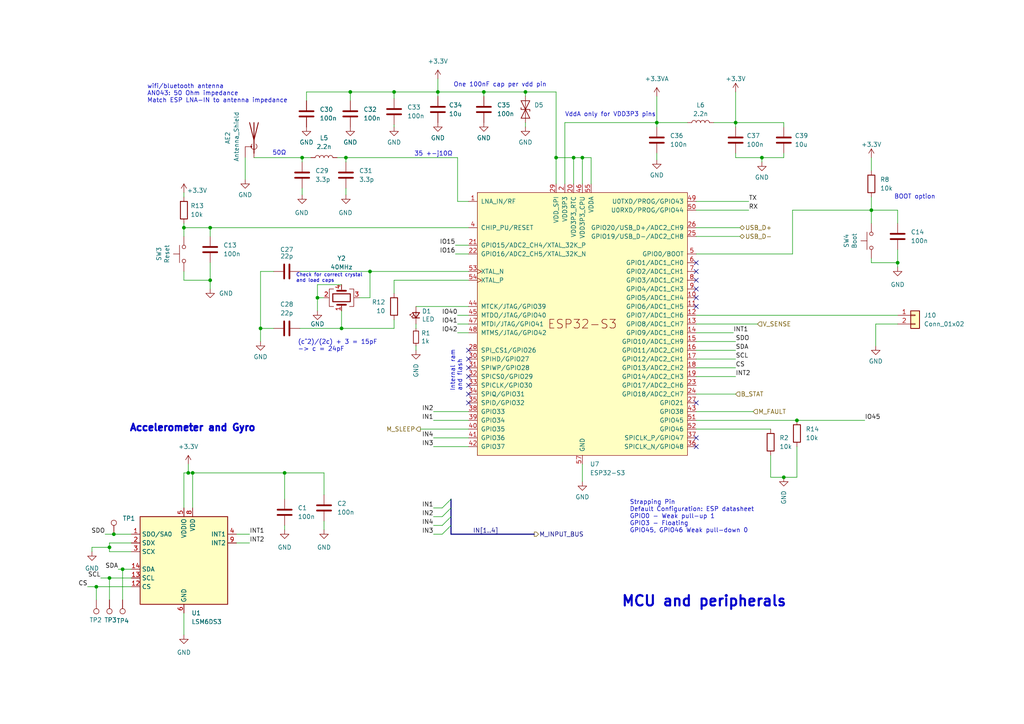
<source format=kicad_sch>
(kicad_sch (version 20231120) (generator "eeschema") (generator_version "8.0")
  (paper "A4")
  (lib_symbols
    (symbol "Connector:TestPoint" (pin_numbers hide) (pin_names (offset 0.762) hide)
      (property "Reference" "TP" (at 0 6.858 0))
      (property "Value" "TestPoint" (at 0 5.08 0))
      (symbol "TestPoint_0_1"
        (circle (center 0 3.302) (radius 0.762))
      )
      (symbol "TestPoint_1_1"
        (pin passive line (at 0 0 90) (length 2.54) (name "1") (number "1"))
      )
    )
    (symbol "Connector_Generic:Conn_01x02" (pin_names (offset 1.016) hide)
      (property "Reference" "J" (at 0 2.54 0))
      (property "Value" "Conn_01x02" (at 0 -5.08 0))
      (symbol "Conn_01x02_1_1"
        (rectangle (start -1.27 -2.413) (end 0 -2.667) (stroke (width 0.1524)))
        (rectangle (start -1.27 0.127) (end 0 -0.127) (stroke (width 0.1524)))
        (rectangle (start -1.27 1.27) (end 1.27 -3.81) (stroke (width 0.254)) (fill (type background)))
        (pin passive line (at -5.08 0 0) (length 3.81) (name "Pin_1") (number "1"))
        (pin passive line (at -5.08 -2.54 0) (length 3.81) (name "Pin_2") (number "2"))
      )
    )
    (symbol "Device:Antenna_Shield" (pin_numbers hide) (pin_names (offset 1.016) hide)
      (property "Reference" "AE" (at -1.905 4.445 0))
      (property "Value" "Antenna_Shield" (at -1.905 2.54 0))
      (symbol "Antenna_Shield_0_1"
        (arc (start -0.508 -1.143) (mid -0.8429 -2.1194) (end 0 -2.667))
        (arc (start 0 -2.667) (mid 0.7989 -2.1052) (end 0.508 -1.143))
        (polyline (pts (xy 0 -2.54) (xy 0 0)))
        (polyline (pts (xy 0 5.08) (xy 0 -3.81)) (stroke (width 0.254)))
        (polyline (pts (xy 0.762 -1.905) (xy 2.54 -1.905)))
        (polyline (pts (xy 2.54 -2.54) (xy 2.54 -1.905)))
        (polyline (pts (xy 1.27 5.08) (xy 0 0) (xy -1.27 5.08)) (stroke (width 0.254)))
        (circle (center 0.762 -1.905) (radius 0.1778) (fill (type outline)))
      )
      (symbol "Antenna_Shield_1_1"
        (pin input line (at 0 -5.08 90) (length 2.54) (name "A") (number "1"))
        (pin input line (at 2.54 -5.08 90) (length 2.54) (name "Shield") (number "2"))
      )
    )
    (symbol "Device:C" (pin_numbers hide) (pin_names (offset 0.254))
      (property "Reference" "C" (at 0.635 2.54 0))
      (property "Value" "C" (at 0.635 -2.54 0))
      (symbol "C_0_1"
        (polyline (pts (xy -2.032 -0.762) (xy 2.032 -0.762)) (stroke (width 0.508)))
        (polyline (pts (xy -2.032 0.762) (xy 2.032 0.762)) (stroke (width 0.508)))
      )
      (symbol "C_1_1"
        (pin passive line (at 0 3.81 270) (length 2.794) (name "~") (number "1"))
        (pin passive line (at 0 -3.81 90) (length 2.794) (name "~") (number "2"))
      )
    )
    (symbol "Device:Crystal_GND23" (pin_names (offset 1.016) hide)
      (property "Reference" "Y" (at 3.175 5.08 0))
      (property "Value" "Crystal_GND23" (at 3.175 3.175 0))
      (symbol "Crystal_GND23_0_1"
        (rectangle (start -1.143 2.54) (end 1.143 -2.54) (stroke (width 0.3048)))
        (polyline (pts (xy -2.54 0) (xy -2.032 0)))
        (polyline (pts (xy -2.032 -1.27) (xy -2.032 1.27)) (stroke (width 0.508)))
        (polyline (pts (xy 0 -3.81) (xy 0 -3.556)))
        (polyline (pts (xy 0 3.556) (xy 0 3.81)))
        (polyline (pts (xy 2.032 -1.27) (xy 2.032 1.27)) (stroke (width 0.508)))
        (polyline (pts (xy 2.032 0) (xy 2.54 0)))
        (polyline (pts (xy -2.54 -2.286) (xy -2.54 -3.556) (xy 2.54 -3.556) (xy 2.54 -2.286)))
        (polyline (pts (xy -2.54 2.286) (xy -2.54 3.556) (xy 2.54 3.556) (xy 2.54 2.286)))
      )
      (symbol "Crystal_GND23_1_1"
        (pin passive line (at -3.81 0 0) (length 1.27) (name "1") (number "1"))
        (pin passive line (at 0 5.08 270) (length 1.27) (name "2") (number "2"))
        (pin passive line (at 0 -5.08 90) (length 1.27) (name "3") (number "3"))
        (pin passive line (at 3.81 0 180) (length 1.27) (name "4") (number "4"))
      )
    )
    (symbol "Device:L" (pin_numbers hide) (pin_names (offset 1.016) hide)
      (property "Reference" "L" (at -1.27 0 90))
      (property "Value" "L" (at 1.905 0 90))
      (symbol "L_0_1"
        (arc (start 0 -2.54) (mid 0.6323 -1.905) (end 0 -1.27))
        (arc (start 0 -1.27) (mid 0.6323 -0.635) (end 0 0))
        (arc (start 0 0) (mid 0.6323 0.635) (end 0 1.27))
        (arc (start 0 1.27) (mid 0.6323 1.905) (end 0 2.54))
      )
      (symbol "L_1_1"
        (pin passive line (at 0 3.81 270) (length 1.27) (name "1") (number "1"))
        (pin passive line (at 0 -3.81 90) (length 1.27) (name "2") (number "2"))
      )
    )
    (symbol "Device:LED_Small" (pin_numbers hide) (pin_names (offset 0.254) hide)
      (property "Reference" "D" (at -1.27 3.175 0))
      (property "Value" "LED_Small" (at -4.445 -2.54 0))
      (symbol "LED_Small_0_1"
        (polyline (pts (xy -0.762 -1.016) (xy -0.762 1.016)) (stroke (width 0.254)))
        (polyline (pts (xy 1.016 0) (xy -0.762 0)))
        (polyline (pts (xy 0.762 -1.016) (xy -0.762 0) (xy 0.762 1.016) (xy 0.762 -1.016)) (stroke (width 0.254)))
        (polyline (pts (xy 0 0.762) (xy -0.508 1.27) (xy -0.254 1.27) (xy -0.508 1.27) (xy -0.508 1.016)))
        (polyline (pts (xy 0.508 1.27) (xy 0 1.778) (xy 0.254 1.778) (xy 0 1.778) (xy 0 1.524)))
      )
      (symbol "LED_Small_1_1"
        (pin passive line (at -2.54 0 0) (length 1.778) (name "K") (number "1"))
        (pin passive line (at 2.54 0 180) (length 1.778) (name "A") (number "2"))
      )
    )
    (symbol "Device:R" (pin_numbers hide) (pin_names (offset 0))
      (property "Reference" "R" (at 2.032 0 90))
      (property "Value" "R" (at 0 0 90))
      (symbol "R_0_1"
        (rectangle (start -1.016 -2.54) (end 1.016 2.54) (stroke (width 0.254)))
      )
      (symbol "R_1_1"
        (pin passive line (at 0 3.81 270) (length 1.27) (name "~") (number "1"))
        (pin passive line (at 0 -3.81 90) (length 1.27) (name "~") (number "2"))
      )
    )
    (symbol "Device:R_Small" (pin_numbers hide) (pin_names (offset 0.254) hide)
      (property "Reference" "R" (at 0.762 0.508 0))
      (property "Value" "R_Small" (at 0.762 -1.016 0))
      (symbol "R_Small_0_1"
        (rectangle (start -0.762 1.778) (end 0.762 -1.778) (stroke (width 0.2032)))
      )
      (symbol "R_Small_1_1"
        (pin passive line (at 0 2.54 270) (length 0.762) (name "~") (number "1"))
        (pin passive line (at 0 -2.54 90) (length 0.762) (name "~") (number "2"))
      )
    )
    (symbol "Diode:SZESD9B5.0ST5G" (pin_numbers hide) (pin_names (offset 1.016) hide)
      (property "Reference" "D" (at 0 2.54 0))
      (property "Value" "SZESD9B5.0ST5G" (at 0 -2.54 0))
      (symbol "SZESD9B5.0ST5G_0_1"
        (polyline (pts (xy 1.27 0) (xy -1.27 0)))
        (polyline (pts (xy -2.54 -1.27) (xy 0 0) (xy -2.54 1.27) (xy -2.54 -1.27)) (stroke (width 0.2032)))
        (polyline (pts (xy 0.508 1.27) (xy 0 1.27) (xy 0 -1.27) (xy -0.508 -1.27)) (stroke (width 0.2032)))
        (polyline (pts (xy 2.54 1.27) (xy 2.54 -1.27) (xy 0 0) (xy 2.54 1.27)) (stroke (width 0.2032)))
      )
      (symbol "SZESD9B5.0ST5G_1_1"
        (pin passive line (at -3.81 0 0) (length 2.54) (name "A1") (number "1"))
        (pin passive line (at 3.81 0 180) (length 2.54) (name "A2") (number "2"))
      )
    )
    (symbol "PCM_Espressif:ESP32-S3" (pin_names (offset 1.016))
      (property "Reference" "U" (at -30.48 43.18 0))
      (property "Value" "ESP32-S3" (at -30.48 40.64 0))
      (symbol "ESP32-S3_0_0"
        (text "ESP32-S3" (at 0 0 0) (effects (font (size 2.54 2.54))))
        (pin bidirectional line (at 33.02 -35.56 180) (length 2.54) (name "SPICLK_N/GPIO48") (number "36"))
        (pin bidirectional line (at 33.02 -33.02 180) (length 2.54) (name "SPICLK_P/GPIO47") (number "37"))
      )
      (symbol "ESP32-S3_0_1"
        (rectangle (start -30.48 38.1) (end 30.48 -38.1) (fill (type background)))
      )
      (symbol "ESP32-S3_1_1"
        (pin bidirectional line (at -33.02 35.56 0) (length 2.54) (name "LNA_IN/RF") (number "1"))
        (pin bidirectional line (at 33.02 7.62 180) (length 2.54) (name "GPIO5/ADC1_CH4") (number "10"))
        (pin bidirectional line (at 33.02 5.08 180) (length 2.54) (name "GPIO6/ADC1_CH5") (number "11"))
        (pin bidirectional line (at 33.02 2.54 180) (length 2.54) (name "GPIO7/ADC1_CH6") (number "12"))
        (pin bidirectional line (at 33.02 0 180) (length 2.54) (name "GPIO8/ADC1_CH7") (number "13"))
        (pin bidirectional line (at 33.02 -2.54 180) (length 2.54) (name "GPIO9/ADC1_CH8") (number "14"))
        (pin bidirectional line (at 33.02 -5.08 180) (length 2.54) (name "GPIO10/ADC1_CH9") (number "15"))
        (pin bidirectional line (at 33.02 -7.62 180) (length 2.54) (name "GPIO11/ADC2_CH0") (number "16"))
        (pin bidirectional line (at 33.02 -10.16 180) (length 2.54) (name "GPIO12/ADC2_CH1") (number "17"))
        (pin bidirectional line (at 33.02 -12.7 180) (length 2.54) (name "GPIO13/ADC2_CH2") (number "18"))
        (pin bidirectional line (at 33.02 -15.24 180) (length 2.54) (name "GPIO14/ADC2_CH3") (number "19"))
        (pin power_in line (at -5.08 40.64 270) (length 2.54) (name "VDD3P3") (number "2"))
        (pin power_in line (at -2.54 40.64 270) (length 2.54) (name "VDD3P3_RTC") (number "20"))
        (pin bidirectional line (at -33.02 22.86 0) (length 2.54) (name "GPIO15/ADC2_CH4/XTAL_32K_P") (number "21"))
        (pin bidirectional line (at -33.02 20.32 0) (length 2.54) (name "GPIO16/ADC2_CH5/XTAL_32K_N") (number "22"))
        (pin bidirectional line (at 33.02 -17.78 180) (length 2.54) (name "GPIO17/ADC2_CH6") (number "23"))
        (pin bidirectional line (at 33.02 -20.32 180) (length 2.54) (name "GPIO18/ADC2_CH7") (number "24"))
        (pin bidirectional line (at 33.02 25.4 180) (length 2.54) (name "GPIO19/USB_D-/ADC2_CH8") (number "25"))
        (pin bidirectional line (at 33.02 27.94 180) (length 2.54) (name "GPIO20/USB_D+/ADC2_CH9") (number "26"))
        (pin bidirectional line (at 33.02 -22.86 180) (length 2.54) (name "GPIO21") (number "27"))
        (pin bidirectional line (at -33.02 -7.62 0) (length 2.54) (name "SPI_CS1/GPIO26") (number "28"))
        (pin power_out line (at -7.62 40.64 270) (length 2.54) (name "VDD_SPI") (number "29"))
        (pin power_in line (at -5.08 40.64 270) (length 2.54) hide (name "VDD3P3") (number "3"))
        (pin bidirectional line (at -33.02 -10.16 0) (length 2.54) (name "SPIHD/GPIO27") (number "30"))
        (pin bidirectional line (at -33.02 -12.7 0) (length 2.54) (name "SPIWP/GPIO28") (number "31"))
        (pin bidirectional line (at -33.02 -15.24 0) (length 2.54) (name "SPICS0/GPIO29") (number "32"))
        (pin bidirectional line (at -33.02 -17.78 0) (length 2.54) (name "SPICLK/GPIO30") (number "33"))
        (pin bidirectional line (at -33.02 -20.32 0) (length 2.54) (name "SPIQ/GPIO31") (number "34"))
        (pin bidirectional line (at -33.02 -22.86 0) (length 2.54) (name "SPID/GPIO32") (number "35"))
        (pin bidirectional line (at -33.02 -25.4 0) (length 2.54) (name "GPIO33") (number "38"))
        (pin bidirectional line (at -33.02 -27.94 0) (length 2.54) (name "GPIO34") (number "39"))
        (pin input line (at -33.02 27.94 0) (length 2.54) (name "CHIP_PU/RESET") (number "4"))
        (pin bidirectional line (at -33.02 -30.48 0) (length 2.54) (name "GPIO35") (number "40"))
        (pin bidirectional line (at -33.02 -33.02 0) (length 2.54) (name "GPIO36") (number "41"))
        (pin bidirectional line (at -33.02 -35.56 0) (length 2.54) (name "GPIO37") (number "42"))
        (pin bidirectional line (at 33.02 -25.4 180) (length 2.54) (name "GPIO38") (number "43"))
        (pin bidirectional line (at -33.02 5.08 0) (length 2.54) (name "MTCK/JTAG/GPIO39") (number "44"))
        (pin bidirectional line (at -33.02 2.54 0) (length 2.54) (name "MTDO/JTAG/GPIO40") (number "45"))
        (pin power_in line (at 0 40.64 270) (length 2.54) (name "VDD3P3_CPU") (number "46"))
        (pin bidirectional line (at -33.02 0 0) (length 2.54) (name "MTDI/JTAG/GPIO41") (number "47"))
        (pin bidirectional line (at -33.02 -2.54 0) (length 2.54) (name "MTMS/JTAG/GPIO42") (number "48"))
        (pin bidirectional line (at 33.02 35.56 180) (length 2.54) (name "U0TXD/PROG/GPIO43") (number "49"))
        (pin bidirectional line (at 33.02 20.32 180) (length 2.54) (name "GPIO0/BOOT") (number "5"))
        (pin bidirectional line (at 33.02 33.02 180) (length 2.54) (name "U0RXD/PROG/GPIO44") (number "50"))
        (pin bidirectional line (at 33.02 -27.94 180) (length 2.54) (name "GPIO45") (number "51"))
        (pin bidirectional line (at 33.02 -30.48 180) (length 2.54) (name "GPIO46") (number "52"))
        (pin input clock (at -33.02 15.24 0) (length 2.54) (name "XTAL_N") (number "53"))
        (pin output clock (at -33.02 12.7 0) (length 2.54) (name "XTAL_P") (number "54"))
        (pin power_in line (at 2.54 40.64 270) (length 2.54) (name "VDDA") (number "55"))
        (pin passive line (at 2.54 40.64 270) (length 2.54) hide (name "VDDA") (number "56"))
        (pin power_in line (at 0 -40.64 90) (length 2.54) (name "GND") (number "57"))
        (pin bidirectional line (at 33.02 17.78 180) (length 2.54) (name "GPIO1/ADC1_CH0") (number "6"))
        (pin bidirectional line (at 33.02 15.24 180) (length 2.54) (name "GPIO2/ADC1_CH1") (number "7"))
        (pin bidirectional line (at 33.02 12.7 180) (length 2.54) (name "GPIO3/ADC1_CH2") (number "8"))
        (pin bidirectional line (at 33.02 10.16 180) (length 2.54) (name "GPIO4/ADC1_CH3") (number "9"))
      )
    )
    (symbol "Sensor_Motion:LSM6DS3"
      (property "Reference" "U" (at -11.43 15.24 0))
      (property "Value" "LSM6DS3" (at -11.43 12.7 0))
      (symbol "LSM6DS3_0_1"
        (rectangle (start -12.7 12.7) (end 12.7 -12.7) (stroke (width 0.254)) (fill (type background)))
      )
      (symbol "LSM6DS3_1_1"
        (pin bidirectional line (at -15.24 7.62 0) (length 2.54) (name "SDO/SA0") (number "1"))
        (pin no_connect line (at 12.7 -5.08 180) (length 3.81) hide (name "NC") (number "10"))
        (pin no_connect line (at 12.7 -2.54 180) (length 3.81) hide (name "NC") (number "11"))
        (pin input line (at -15.24 -7.62 0) (length 2.54) (name "CS") (number "12"))
        (pin input line (at -15.24 -5.08 0) (length 2.54) (name "SCL") (number "13"))
        (pin bidirectional line (at -15.24 -2.54 0) (length 2.54) (name "SDA") (number "14"))
        (pin bidirectional line (at -15.24 5.08 0) (length 2.54) (name "SDX") (number "2"))
        (pin input line (at -15.24 2.54 0) (length 2.54) (name "SCX") (number "3"))
        (pin output line (at 15.24 7.62 180) (length 2.54) (name "INT1") (number "4"))
        (pin power_in line (at 0 15.24 270) (length 2.54) (name "VDDIO") (number "5"))
        (pin power_in line (at 0 -15.24 90) (length 2.54) (name "GND") (number "6"))
        (pin passive line (at 0 -15.24 90) (length 2.54) hide (name "GND") (number "7"))
        (pin power_in line (at 2.54 15.24 270) (length 2.54) (name "VDD") (number "8"))
        (pin output line (at 15.24 5.08 180) (length 2.54) (name "INT2") (number "9"))
      )
    )
    (symbol "Switch:SW_Push" (pin_numbers hide) (pin_names (offset 1.016) hide)
      (property "Reference" "SW" (at 1.27 2.54 0))
      (property "Value" "SW_Push" (at 0 -1.524 0))
      (symbol "SW_Push_0_1"
        (circle (center -2.032 0) (radius 0.508))
        (polyline (pts (xy 0 1.27) (xy 0 3.048)))
        (polyline (pts (xy 2.54 1.27) (xy -2.54 1.27)))
        (circle (center 2.032 0) (radius 0.508))
        (pin passive line (at -5.08 0 0) (length 2.54) (name "1") (number "1"))
        (pin passive line (at 5.08 0 180) (length 2.54) (name "2") (number "2"))
      )
    )
    (symbol "power:+3.3V" (power) (pin_names (offset 0))
      (property "Value" "+3.3V" (at 0 3.556 0))
      (symbol "+3.3V_0_1"
        (polyline (pts (xy -0.762 1.27) (xy 0 2.54)))
        (polyline (pts (xy 0 0) (xy 0 2.54)))
        (polyline (pts (xy 0 2.54) (xy 0.762 1.27)))
      )
      (symbol "+3.3V_1_1"
        (pin power_in line (at 0 0 90) (length 0) hide (name "+3.3V") (number "1"))
      )
    )
    (symbol "power:+3.3VA" (power) (pin_numbers hide) (pin_names (offset 0) hide)
      (property "Value" "+3.3VA" (at 0 3.556 0))
      (symbol "+3.3VA_0_1"
        (polyline (pts (xy -0.762 1.27) (xy 0 2.54)))
        (polyline (pts (xy 0 0) (xy 0 2.54)))
        (polyline (pts (xy 0 2.54) (xy 0.762 1.27)))
      )
      (symbol "+3.3VA_1_1"
        (pin power_in line (at 0 0 90) (length 0) (name "~") (number "1"))
      )
    )
    (symbol "power:GND" (power) (pin_names (offset 0))
      (property "Value" "GND" (at 0 -3.81 0))
      (symbol "GND_0_1"
        (polyline (pts (xy 0 0) (xy 0 -1.27) (xy 1.27 -1.27) (xy 0 -2.54) (xy -1.27 -1.27) (xy 0 -1.27)))
      )
      (symbol "GND_1_1"
        (pin power_in line (at 0 0 270) (length 0) hide (name "GND") (number "1"))
      )
    )
  )
  (junction (at 107.315 78.74))
  (junction (at 213.36 35.56))
  (junction (at 87.63 45.72))
  (junction (at 54.61 137.16))
  (junction (at 161.29 45.72))
  (junction (at 33.02 154.94))
  (junction (at 168.91 45.72))
  (junction (at 140.335 26.67))
  (junction (at 53.34 66.04))
  (junction (at 60.96 81.28))
  (junction (at 252.73 60.96))
  (junction (at 127 26.67))
  (junction (at 75.565 95.25))
  (junction (at 190.5 35.56))
  (junction (at 60.96 66.04))
  (junction (at 100.33 45.72))
  (junction (at 92.075 86.36))
  (junction (at 227.33 138.43))
  (junction (at 231.14 121.92))
  (junction (at 114.3 26.67))
  (junction (at 27.94 170.18))
  (junction (at 99.06 95.25))
  (junction (at 31.75 158.75))
  (junction (at 220.98 45.72))
  (junction (at 166.37 45.72))
  (junction (at 35.56 165.1))
  (junction (at 101.6 26.67))
  (junction (at 82.55 137.16))
  (junction (at 55.88 137.16))
  (junction (at 152.4 26.67))
  (junction (at 31.75 167.64))
  (junction (at 260.35 76.2))
  (no_connect (at 135.89 116.84))
  (no_connect (at 135.89 104.14))
  (no_connect (at 135.89 106.68))
  (no_connect (at 201.93 83.82))
  (no_connect (at 201.93 81.28))
  (no_connect (at 135.89 101.6))
  (no_connect (at 201.93 129.54))
  (no_connect (at 201.93 116.84))
  (no_connect (at 201.93 78.74))
  (no_connect (at 135.89 109.22))
  (no_connect (at 135.89 114.3))
  (no_connect (at 201.93 76.2))
  (no_connect (at 201.93 86.36))
  (no_connect (at 201.93 127))
  (no_connect (at 135.89 111.76))
  (no_connect (at 201.93 88.9))
  (bus_entry (at 130.81 144.78) (size -2.54 2.54))
  (bus_entry (at 130.81 152.4) (size -2.54 2.54))
  (bus_entry (at 130.81 147.32) (size -2.54 2.54))
  (bus_entry (at 130.81 149.86) (size -2.54 2.54))
  (wire (pts (xy 125.73 129.54) (xy 135.89 129.54)))
  (wire (pts (xy 218.44 119.38) (xy 201.93 119.38)))
  (wire (pts (xy 213.36 101.6) (xy 201.93 101.6)))
  (wire (pts (xy 213.36 45.72) (xy 213.36 44.45)))
  (wire (pts (xy 252.73 60.96) (xy 260.35 60.96)))
  (wire (pts (xy 213.36 106.68) (xy 201.93 106.68)))
  (wire (pts (xy 127 26.67) (xy 140.335 26.67)))
  (wire (pts (xy 152.4 26.67) (xy 152.4 27.94)))
  (wire (pts (xy 92.075 82.55) (xy 92.075 86.36)))
  (wire (pts (xy 75.565 99.06) (xy 75.565 95.25)))
  (wire (pts (xy 73.66 45.72) (xy 87.63 45.72)))
  (wire (pts (xy 71.12 45.72) (xy 71.12 52.07)))
  (bus (pts (xy 130.81 149.86) (xy 130.81 152.4)))
  (wire (pts (xy 33.02 154.94) (xy 38.1 154.94)))
  (wire (pts (xy 252.73 74.93) (xy 252.73 76.2)))
  (wire (pts (xy 31.75 157.48) (xy 31.75 158.75)))
  (wire (pts (xy 213.36 35.56) (xy 227.33 35.56)))
  (wire (pts (xy 60.96 76.2) (xy 60.96 81.28)))
  (wire (pts (xy 190.5 35.56) (xy 190.5 36.83)))
  (wire (pts (xy 140.335 26.67) (xy 140.335 27.94)))
  (wire (pts (xy 166.37 45.72) (xy 161.29 45.72)))
  (wire (pts (xy 163.83 35.56) (xy 163.83 53.34)))
  (wire (pts (xy 26.67 158.75) (xy 31.75 158.75)))
  (wire (pts (xy 132.715 45.72) (xy 100.33 45.72)))
  (wire (pts (xy 132.715 96.52) (xy 135.89 96.52)))
  (wire (pts (xy 53.34 66.04) (xy 53.34 68.58)))
  (wire (pts (xy 132.715 58.42) (xy 135.89 58.42)))
  (wire (pts (xy 223.52 132.08) (xy 223.52 138.43)))
  (wire (pts (xy 31.75 157.48) (xy 38.1 157.48)))
  (bus (pts (xy 130.81 154.94) (xy 154.94 154.94)))
  (wire (pts (xy 27.94 170.18) (xy 27.94 173.99)))
  (wire (pts (xy 86.995 78.74) (xy 107.315 78.74)))
  (wire (pts (xy 100.33 54.61) (xy 100.33 56.515)))
  (wire (pts (xy 114.3 26.67) (xy 127 26.67)))
  (wire (pts (xy 68.58 157.48) (xy 72.39 157.48)))
  (wire (pts (xy 114.3 81.28) (xy 114.3 85.09)))
  (wire (pts (xy 161.29 26.67) (xy 161.29 45.72)))
  (wire (pts (xy 87.63 54.61) (xy 87.63 56.515)))
  (bus (pts (xy 130.81 144.78) (xy 130.81 147.32)))
  (wire (pts (xy 252.73 60.96) (xy 252.73 64.77)))
  (wire (pts (xy 99.06 95.25) (xy 114.3 95.25)))
  (wire (pts (xy 26.67 160.02) (xy 26.67 158.75)))
  (wire (pts (xy 79.375 95.25) (xy 75.565 95.25)))
  (wire (pts (xy 125.73 127) (xy 135.89 127)))
  (wire (pts (xy 35.56 165.1) (xy 38.1 165.1)))
  (wire (pts (xy 201.93 124.46) (xy 223.52 124.46)))
  (wire (pts (xy 55.88 137.16) (xy 82.55 137.16)))
  (wire (pts (xy 132.08 73.66) (xy 135.89 73.66)))
  (wire (pts (xy 227.33 138.43) (xy 231.14 138.43)))
  (wire (pts (xy 132.715 58.42) (xy 132.715 45.72)))
  (bus (pts (xy 130.81 147.32) (xy 130.81 149.86)))
  (wire (pts (xy 125.73 149.86) (xy 128.27 149.86)))
  (wire (pts (xy 161.29 45.72) (xy 161.29 53.34)))
  (wire (pts (xy 132.08 71.12) (xy 135.89 71.12)))
  (wire (pts (xy 125.73 147.32) (xy 128.27 147.32)))
  (wire (pts (xy 31.75 167.64) (xy 31.75 173.99)))
  (wire (pts (xy 87.63 45.72) (xy 90.17 45.72)))
  (wire (pts (xy 34.29 165.1) (xy 35.56 165.1)))
  (wire (pts (xy 104.14 86.36) (xy 107.315 86.36)))
  (wire (pts (xy 75.565 78.74) (xy 79.375 78.74)))
  (wire (pts (xy 168.91 139.7) (xy 168.91 134.62)))
  (wire (pts (xy 229.87 73.66) (xy 201.93 73.66)))
  (wire (pts (xy 31.75 158.75) (xy 31.75 160.02)))
  (wire (pts (xy 87.63 46.99) (xy 87.63 45.72)))
  (wire (pts (xy 152.4 26.67) (xy 161.29 26.67)))
  (wire (pts (xy 214.63 68.58) (xy 201.93 68.58)))
  (wire (pts (xy 93.98 137.16) (xy 82.55 137.16)))
  (wire (pts (xy 125.73 152.4) (xy 128.27 152.4)))
  (wire (pts (xy 168.91 45.72) (xy 168.91 53.34)))
  (wire (pts (xy 132.715 93.98) (xy 135.89 93.98)))
  (wire (pts (xy 29.21 167.64) (xy 31.75 167.64)))
  (wire (pts (xy 260.35 64.77) (xy 260.35 60.96)))
  (wire (pts (xy 99.06 90.17) (xy 99.06 95.25)))
  (wire (pts (xy 86.995 95.25) (xy 99.06 95.25)))
  (wire (pts (xy 114.3 26.67) (xy 114.3 28.575)))
  (wire (pts (xy 166.37 45.72) (xy 166.37 53.34)))
  (wire (pts (xy 121.92 124.46) (xy 135.89 124.46)))
  (wire (pts (xy 53.34 78.74) (xy 53.34 81.28)))
  (wire (pts (xy 140.335 26.67) (xy 152.4 26.67)))
  (wire (pts (xy 220.98 45.72) (xy 227.33 45.72)))
  (wire (pts (xy 168.91 45.72) (xy 166.37 45.72)))
  (wire (pts (xy 120.65 88.9) (xy 135.89 88.9)))
  (wire (pts (xy 213.36 114.3) (xy 201.93 114.3)))
  (wire (pts (xy 88.9 29.21) (xy 88.9 26.67)))
  (wire (pts (xy 220.98 46.99) (xy 220.98 45.72)))
  (wire (pts (xy 107.315 86.36) (xy 107.315 78.74)))
  (wire (pts (xy 229.87 60.96) (xy 252.73 60.96)))
  (wire (pts (xy 82.55 152.4) (xy 82.55 153.67)))
  (wire (pts (xy 229.87 60.96) (xy 229.87 73.66)))
  (wire (pts (xy 53.34 137.16) (xy 54.61 137.16)))
  (wire (pts (xy 120.65 100.33) (xy 120.65 101.6)))
  (wire (pts (xy 125.73 119.38) (xy 135.89 119.38)))
  (wire (pts (xy 231.14 121.92) (xy 250.825 121.92)))
  (wire (pts (xy 60.96 83.82) (xy 60.96 81.28)))
  (wire (pts (xy 213.36 45.72) (xy 220.98 45.72)))
  (wire (pts (xy 107.315 78.74) (xy 135.89 78.74)))
  (wire (pts (xy 114.3 36.195) (xy 114.3 36.83)))
  (wire (pts (xy 100.33 46.99) (xy 100.33 45.72)))
  (wire (pts (xy 53.34 81.28) (xy 60.96 81.28)))
  (wire (pts (xy 201.93 93.98) (xy 219.71 93.98)))
  (wire (pts (xy 53.34 177.8) (xy 53.34 184.15)))
  (wire (pts (xy 127 22.86) (xy 127 26.67)))
  (wire (pts (xy 163.83 35.56) (xy 190.5 35.56)))
  (wire (pts (xy 54.61 137.16) (xy 55.88 137.16)))
  (wire (pts (xy 92.075 86.36) (xy 93.98 86.36)))
  (wire (pts (xy 127 26.67) (xy 127 27.94)))
  (wire (pts (xy 82.55 144.78) (xy 82.55 137.16)))
  (bus (pts (xy 130.81 152.4) (xy 130.81 154.94)))
  (wire (pts (xy 213.36 99.06) (xy 201.93 99.06)))
  (wire (pts (xy 114.3 92.71) (xy 114.3 95.25)))
  (wire (pts (xy 171.45 45.72) (xy 168.91 45.72)))
  (wire (pts (xy 99.06 82.55) (xy 92.075 82.55)))
  (wire (pts (xy 54.61 134.62) (xy 54.61 137.16)))
  (wire (pts (xy 217.17 58.42) (xy 201.93 58.42)))
  (wire (pts (xy 25.4 170.18) (xy 27.94 170.18)))
  (wire (pts (xy 68.58 154.94) (xy 72.39 154.94)))
  (wire (pts (xy 260.35 72.39) (xy 260.35 76.2)))
  (wire (pts (xy 92.075 90.17) (xy 92.075 86.36)))
  (wire (pts (xy 201.93 91.44) (xy 260.35 91.44)))
  (wire (pts (xy 125.73 154.94) (xy 128.27 154.94)))
  (wire (pts (xy 223.52 138.43) (xy 227.33 138.43)))
  (wire (pts (xy 31.75 167.64) (xy 38.1 167.64)))
  (wire (pts (xy 252.73 57.15) (xy 252.73 60.96)))
  (wire (pts (xy 101.6 29.21) (xy 101.6 26.67)))
  (wire (pts (xy 254 93.98) (xy 254 100.33)))
  (wire (pts (xy 35.56 165.1) (xy 35.56 173.99)))
  (wire (pts (xy 53.34 64.77) (xy 53.34 66.04)))
  (wire (pts (xy 152.4 35.56) (xy 152.4 36.83)))
  (wire (pts (xy 260.35 93.98) (xy 254 93.98)))
  (wire (pts (xy 93.98 153.67) (xy 93.98 151.13)))
  (wire (pts (xy 93.98 137.16) (xy 93.98 143.51)))
  (wire (pts (xy 27.94 170.18) (xy 38.1 170.18)))
  (wire (pts (xy 199.39 35.56) (xy 190.5 35.56)))
  (wire (pts (xy 190.5 44.45) (xy 190.5 46.355)))
  (wire (pts (xy 213.36 35.56) (xy 207.01 35.56)))
  (wire (pts (xy 252.73 76.2) (xy 260.35 76.2)))
  (wire (pts (xy 100.33 45.72) (xy 97.79 45.72)))
  (wire (pts (xy 75.565 95.25) (xy 75.565 78.74)))
  (wire (pts (xy 213.36 36.83) (xy 213.36 35.56)))
  (wire (pts (xy 60.96 68.58) (xy 60.96 66.04)))
  (wire (pts (xy 252.73 45.72) (xy 252.73 49.53)))
  (wire (pts (xy 55.88 137.16) (xy 55.88 147.32)))
  (wire (pts (xy 53.34 147.32) (xy 53.34 137.16)))
  (wire (pts (xy 227.33 36.83) (xy 227.33 35.56)))
  (wire (pts (xy 201.93 66.04) (xy 214.63 66.04)))
  (wire (pts (xy 201.93 121.92) (xy 231.14 121.92)))
  (wire (pts (xy 60.96 66.04) (xy 53.34 66.04)))
  (wire (pts (xy 88.9 26.67) (xy 101.6 26.67)))
  (wire (pts (xy 213.36 26.67) (xy 213.36 35.56)))
  (wire (pts (xy 213.36 109.22) (xy 201.93 109.22)))
  (wire (pts (xy 53.34 55.88) (xy 53.34 57.15)))
  (wire (pts (xy 190.5 27.94) (xy 190.5 35.56)))
  (wire (pts (xy 60.96 66.04) (xy 135.89 66.04)))
  (wire (pts (xy 132.715 91.44) (xy 135.89 91.44)))
  (wire (pts (xy 217.17 60.96) (xy 201.93 60.96)))
  (wire (pts (xy 227.33 44.45) (xy 227.33 45.72)))
  (wire (pts (xy 38.1 160.02) (xy 31.75 160.02)))
  (wire (pts (xy 30.48 154.94) (xy 33.02 154.94)))
  (wire (pts (xy 135.89 81.28) (xy 114.3 81.28)))
  (wire (pts (xy 120.65 93.98) (xy 120.65 95.25)))
  (wire (pts (xy 201.93 96.52) (xy 212.725 96.52)))
  (wire (pts (xy 231.14 138.43) (xy 231.14 129.54)))
  (wire (pts (xy 125.73 121.92) (xy 135.89 121.92)))
  (wire (pts (xy 101.6 26.67) (xy 114.3 26.67)))
  (wire (pts (xy 213.36 104.14) (xy 201.93 104.14)))
  (wire (pts (xy 260.35 77.47) (xy 260.35 76.2)))
  (wire (pts (xy 171.45 53.34) (xy 171.45 45.72)))
  (text "Check for correct crystal\nand load caps" (at 85.852 82.042 0) (effects (font (size 1 1)) (justify left bottom)))
  (text "Internal ram \nand flash" (at 134.112 113.538 90) (effects (font (size 1.27 1.27)) (justify left bottom)))
  (text "MCU and peripherals" (at 204.216 174.498 0) (effects (font (size 3 3) (thickness 0.6) (bold yes))))
  (text "(c^2)/(2c) + 3 = 15pF\n-> c = 24pF" (at 86.36 100.33 0) (effects (font (size 1.27 1.27)) (justify left)))
  (text "Accelerometer and Gyro" (at 55.88 124.206 0) (effects (font (size 2 2) (thickness 0.6) (bold yes))))
  (text "35 +-j10Ω" (at 125.73 44.704 0) (effects (font (size 1.27 1.27))))
  (text "VddA only for VDD3P3 pins" (at 177.038 33.274 0) (effects (font (size 1.27 1.27))))
  (text "One 100nF cap per vdd pin" (at 145.034 24.638 0) (effects (font (size 1.27 1.27))))
  (text "50Ω" (at 81.026 44.45 0) (effects (font (size 1.27 1.27))))
  (text "BOOT option" (at 259.334 57.912 0) (effects (font (size 1.27 1.27)) (justify left bottom)))
  (text "wifi/bluetooth antenna\nAN043: 50 Ohm impedance\nMatch ESP LNA-IN to antenna impedance" (at 42.672 29.972 0) (effects (font (size 1.27 1.27)) (justify left bottom)))
  (text "Strapping Pin\nDefault Configuration: ESP datasheet\nGPIO0 - Weak pull-up 1\nGPIO3 - Floating\nGPIO45, GPIO46 Weak pull-down 0" (at 182.626 149.86 0) (effects (font (size 1.27 1.27)) (justify left)))
  (label "IO40" (at 132.715 91.44 180))
  (label "IN[1..4]" (at 137.16 154.94 0))
  (label "SDO" (at 213.36 99.06 0))
  (label "IN1" (at 125.73 147.32 180))
  (label "RX" (at 217.17 60.96 0))
  (label "SDO" (at 30.48 154.94 180))
  (label "SDA" (at 213.36 101.6 0))
  (label "IN3" (at 125.73 129.54 180))
  (label "CS" (at 213.36 106.68 0))
  (label "IN2" (at 125.73 119.38 180))
  (label "IN2" (at 125.73 149.86 180))
  (label "SCL" (at 213.36 104.14 0))
  (label "IO15" (at 132.08 71.12 180))
  (label "IO41" (at 132.715 93.98 180))
  (label "INT1" (at 72.39 154.94 0))
  (label "IN4" (at 125.73 152.4 180))
  (label "INT2" (at 213.36 109.22 0))
  (label "INT1" (at 212.725 96.52 0))
  (label "CS" (at 25.4 170.18 180))
  (label "IO45" (at 250.825 121.92 0))
  (label "IN1" (at 125.73 121.92 180))
  (label "TX" (at 217.17 58.42 0))
  (label "INT2" (at 72.39 157.48 0))
  (label "IN4" (at 125.73 127 180))
  (label "SDA" (at 34.29 165.1 180))
  (label "IO42" (at 132.715 96.52 180))
  (label "SCL" (at 29.21 167.64 180))
  (label "IO16" (at 132.08 73.66 180))
  (label "IN3" (at 125.73 154.94 180))
  (hierarchical_label "M_INPUT_BUS" (shape output) (at 154.94 154.94 0))
  (hierarchical_label "B_STAT" (shape input) (at 213.36 114.3 0))
  (hierarchical_label "USB_D+" (shape bidirectional) (at 214.63 66.04 0))
  (hierarchical_label "USB_D-" (shape bidirectional) (at 214.63 68.58 0))
  (hierarchical_label "V_SENSE" (shape input) (at 219.71 93.98 0))
  (hierarchical_label "M_SLEEP" (shape output) (at 121.92 124.46 180))
  (hierarchical_label "M_FAULT" (shape input) (at 218.44 119.38 0))
  (symbol (lib_id "Device:C") (at 83.185 78.74 90) (unit 1)
    (property "Reference" "C27" (at 83.185 72.39 90))
    (property "Value" "22p" (at 83.185 74.295 90))
    (property "Footprint" "Capacitor_SMD:C_0402_1005Metric" (effects (hide yes)))
  )
  (symbol (lib_id "Device:C") (at 127 31.75 0) (unit 1)
    (property "Reference" "C34" (at 130.175 30.48 0) (effects (justify left)))
    (property "Value" "10u" (at 130.175 33.02 0) (effects (justify left)))
    (property "Footprint" "Capacitor_SMD:C_0603_1608Metric" (effects (hide yes)))
  )
  (symbol (lib_id "power:GND") (at 101.6 36.83 0) (unit 1)
    (property "Reference" "#PWR066" (effects (hide yes)))
    (property "Value" "GND" (at 101.6 41.275 0))
  )
  (symbol (lib_id "power:GND") (at 82.55 153.67 0) (unit 1)
    (property "Reference" "#PWR05" (effects (hide yes)))
    (property "Value" "GND" (at 82.55 158.75 0))
    (property "Description" "Power symbol creates a global label with name \"GND\" , ground" (effects (hide yes)))
  )
  (symbol (lib_id "Connector:TestPoint") (at 35.56 173.99 180) (unit 1)
    (property "Reference" "TP4" (at 33.782 180.086 0) (effects (justify right)))
    (property "Value" "TestPoint" (effects (hide yes)))
    (property "Footprint" "TestPoint:TestPoint_Pad_D1.0mm" (effects (hide yes)))
    (property "Description" "test point" (effects (hide yes)))
  )
  (symbol (lib_id "power:GND") (at 75.565 99.06 0) (unit 1)
    (property "Reference" "#PWR061" (effects (hide yes)))
    (property "Value" "GND" (at 75.565 103.505 0))
  )
  (symbol (lib_id "power:GND") (at 92.075 90.17 0) (unit 1)
    (property "Reference" "#PWR064" (effects (hide yes)))
    (property "Value" "GND" (at 92.075 93.98 0))
  )
  (symbol (lib_id "Diode:SZESD9B5.0ST5G") (at 152.4 31.75 90) (unit 1)
    (property "Reference" "D5" (at 154.94 30.4799 90) (effects (justify right)))
    (property "Value" "SZESD9B5.0ST5G" (effects (hide yes)))
    (property "Footprint" "Diode_SMD:D_SOD-923" (effects (hide yes)))
    (property "Datasheet" "https://www.onsemi.com/pub/Collateral/ESD9B-D.PDF" (effects (hide yes)))
    (property "Description" "ESD protection diode, 5.0Vrwm, SOD-923" (effects (hide yes)))
  )
  (symbol (lib_id "power:GND") (at 227.33 138.43 0) (unit 1)
    (property "Reference" "#PWR010" (effects (hide yes)))
    (property "Value" "GND" (at 227.3301 142.24 90) (effects (justify right)))
  )
  (symbol (lib_id "power:GND") (at 26.67 160.02 0) (unit 1)
    (property "Reference" "#PWR01" (effects (hide yes)))
    (property "Value" "GND" (at 26.67 164.846 0))
    (property "Description" "Power symbol creates a global label with name \"GND\" , ground" (effects (hide yes)))
  )
  (symbol (lib_id "power:GND") (at 260.35 77.47 0) (unit 1)
    (property "Reference" "#PWR034" (effects (hide yes)))
    (property "Value" "GND" (at 260.35 82.55 0))
  )
  (symbol (lib_id "power:GND") (at 190.5 46.355 0) (unit 1)
    (property "Reference" "#PWR075" (effects (hide yes)))
    (property "Value" "GND" (at 190.5 50.8 0))
  )
  (symbol (lib_id "Connector:TestPoint") (at 33.02 154.94 0) (unit 1)
    (property "Reference" "TP1" (at 35.56 150.3679 0) (effects (justify left)))
    (property "Value" "TestPoint" (effects (hide yes)))
    (property "Footprint" "TestPoint:TestPoint_Pad_D1.0mm" (effects (hide yes)))
    (property "Description" "test point" (effects (hide yes)))
  )
  (symbol (lib_id "Device:C") (at 101.6 33.02 0) (unit 1)
    (property "Reference" "C32" (at 105.41 31.75 0) (effects (justify left)))
    (property "Value" "100n" (at 105.41 34.29 0) (effects (justify left)))
    (property "Footprint" "Capacitor_SMD:C_0402_1005Metric" (effects (hide yes)))
  )
  (symbol (lib_id "Device:R") (at 53.34 60.96 0) (unit 1)
    (property "Reference" "R13" (at 55.245 59.69 0) (effects (justify left)))
    (property "Value" "10k" (at 55.245 62.23 0) (effects (justify left)))
    (property "Footprint" "Resistor_SMD:R_0402_1005Metric" (effects (hide yes)))
  )
  (symbol (lib_id "power:GND") (at 88.9 36.83 0) (unit 1)
    (property "Reference" "#PWR063" (effects (hide yes)))
    (property "Value" "GND" (at 88.9 41.275 0))
  )
  (symbol (lib_id "power:GND") (at 127 35.56 0) (unit 1)
    (property "Reference" "#PWR070" (effects (hide yes)))
    (property "Value" "GND" (at 127 40.005 0))
  )
  (symbol (lib_id "Switch:SW_Push") (at 53.34 73.66 90) (mirror x) (unit 1)
    (property "Reference" "SW3" (at 46.101 73.66 0))
    (property "Value" "Reset" (at 48.4124 73.66 0))
    (property "Footprint" "Button_Switch_SMD:SW_Push_SPST_NO_Alps_SKRK" (effects (hide yes)))
    (property "LCSC" "C115357" (effects (hide yes)))
  )
  (symbol (lib_id "power:GND") (at 93.98 153.67 0) (unit 1)
    (property "Reference" "#PWR06" (effects (hide yes)))
    (property "Value" "GND" (at 93.98 158.75 0))
    (property "Description" "Power symbol creates a global label with name \"GND\" , ground" (effects (hide yes)))
  )
  (symbol (lib_id "Device:C") (at 227.33 40.64 0) (unit 1)
    (property "Reference" "C39" (at 230.505 39.37 0) (effects (justify left)))
    (property "Value" "10u" (at 230.505 41.91 0) (effects (justify left)))
    (property "Footprint" "Capacitor_SMD:C_0603_1608Metric" (effects (hide yes)))
  )
  (symbol (lib_id "Device:LED_Small") (at 120.65 91.44 90) (unit 1)
    (property "Reference" "D1" (at 122.3772 90.2716 90) (effects (justify right)))
    (property "Value" "LED" (at 122.3772 92.583 90) (effects (justify right)))
    (property "Footprint" "LED_SMD:LED_0805_2012Metric_Pad1.15x1.40mm_HandSolder" (effects (hide yes)))
    (property "LCSC" "C205445" (effects (hide yes)))
  )
  (symbol (lib_id "power:+3.3V") (at 53.34 55.88 0) (unit 1)
    (property "Reference" "#PWR068" (effects (hide yes)))
    (property "Value" "+3.3V" (at 57.15 55.245 0))
  )
  (symbol (lib_id "power:+3.3V") (at 54.61 134.62 0) (unit 1)
    (property "Reference" "#PWR03" (effects (hide yes)))
    (property "Value" "+3.3V" (at 54.61 129.54 0))
    (property "Description" "Power symbol creates a global label with name \"+3.3V\"" (effects (hide yes)))
  )
  (symbol (lib_id "Device:Crystal_GND23") (at 99.06 86.36 90) (unit 1)
    (property "Reference" "Y2" (at 99.06 74.93 90))
    (property "Value" "40MHz" (at 99.06 77.47 90))
    (property "Footprint" "Crystal:Crystal_SMD_3225-4Pin_3.2x2.5mm" (effects (hide yes)))
  )
  (symbol (lib_id "Device:C") (at 60.96 72.39 0) (unit 1)
    (property "Reference" "C13" (at 64.77 71.1199 0) (effects (justify left)))
    (property "Value" "100n" (at 64.77 73.6599 0) (effects (justify left)))
    (property "Footprint" "Capacitor_SMD:C_0402_1005Metric" (effects (hide yes)))
  )
  (symbol (lib_id "Device:C") (at 213.36 40.64 0) (unit 1)
    (property "Reference" "C37" (at 216.535 39.37 0) (effects (justify left)))
    (property "Value" "100n" (at 216.535 41.91 0) (effects (justify left)))
    (property "Footprint" "Capacitor_SMD:C_0402_1005Metric" (effects (hide yes)))
  )
  (symbol (lib_id "PCM_Espressif:ESP32-S3") (at 168.91 93.98 0) (unit 1)
    (property "Reference" "U7" (at 171.1041 134.62 0) (effects (justify left)))
    (property "Value" "ESP32-S3" (at 171.1041 137.16 0) (effects (justify left)))
    (property "Footprint" "Package_DFN_QFN:QFN-56-1EP_7x7mm_P0.4mm_EP5.6x5.6mm" (effects (hide yes)))
    (property "Datasheet" "https://www.espressif.com/sites/default/files/documentation/esp32-s3_datasheet_en.pdf" (effects (hide yes)))
    (property "Description" "ESP32-S3 is a low-power MCU-based system-on-chip (SoC) that supports 2.4 GHz Wi-Fi and Bluetooth® Low Energy (Bluetooth LE). It consists of high-performance dual-core microprocessor (Xtensa® 32-bit LX7), a low power coprocessor, a Wi-Fi baseband, a Bluetooth LE baseband, RF module, and peripherals." (effects (hide yes)))
  )
  (symbol (lib_id "Device:R") (at 231.14 125.73 0) (unit 1)
    (property "Reference" "R14" (at 233.68 124.4599 0) (effects (justify left)))
    (property "Value" "10k" (at 233.68 126.9999 0) (effects (justify left)))
    (property "Footprint" "Resistor_SMD:R_0402_1005Metric" (effects (hide yes)))
  )
  (symbol (lib_id "power:GND") (at 168.91 139.7 0) (unit 1)
    (property "Reference" "#PWR073" (effects (hide yes)))
    (property "Value" "GND" (at 168.91 144.145 0))
  )
  (symbol (lib_id "power:GND") (at 114.3 36.83 0) (unit 1)
    (property "Reference" "#PWR067" (effects (hide yes)))
    (property "Value" "GND" (at 114.3 41.275 0))
  )
  (symbol (lib_id "power:GND") (at 87.63 56.515 0) (unit 1)
    (property "Reference" "#PWR062" (effects (hide yes)))
    (property "Value" "GND" (at 87.503 61.722 0))
  )
  (symbol (lib_id "power:+3.3V") (at 252.73 45.72 0) (unit 1)
    (property "Reference" "#PWR035" (effects (hide yes)))
    (property "Value" "+3.3V" (at 252.73 41.91 0))
  )
  (symbol (lib_id "power:GND") (at 152.4 36.83 0) (unit 1)
    (property "Reference" "#PWR072" (effects (hide yes)))
    (property "Value" "GND" (at 152.4 41.275 0))
  )
  (symbol (lib_id "Sensor_Motion:LSM6DS3") (at 53.34 162.56 0) (unit 1)
    (property "Reference" "U1" (at 55.5341 177.8 0) (effects (justify left)))
    (property "Value" "LSM6DS3" (at 55.5341 180.34 0) (effects (justify left)))
    (property "Footprint" "Package_LGA:LGA-14_3x2.5mm_P0.5mm_LayoutBorder3x4y" (effects (hide yes)))
    (property "Datasheet" "https://www.st.com/resource/en/datasheet/lsm6ds3tr-c.pdf" (effects (hide yes)))
    (property "Description" "I2C/SPI, iNEMO inertial module: always-on 3D accelerometer and 3D gyroscope" (effects (hide yes)))
  )
  (symbol (lib_id "Connector:TestPoint") (at 31.75 173.99 180) (unit 1)
    (property "Reference" "TP3" (at 30.226 179.832 0) (effects (justify right)))
    (property "Value" "TestPoint" (effects (hide yes)))
    (property "Footprint" "TestPoint:TestPoint_Pad_D1.0mm" (effects (hide yes)))
    (property "Description" "test point" (effects (hide yes)))
  )
  (symbol (lib_id "power:+3.3V") (at 213.36 26.67 0) (unit 1)
    (property "Reference" "#PWR076" (effects (hide yes)))
    (property "Value" "+3.3V" (at 213.36 22.86 0))
  )
  (symbol (lib_id "power:GND") (at 220.98 46.99 0) (unit 1)
    (property "Reference" "#PWR077" (effects (hide yes)))
    (property "Value" "GND" (at 220.98 51.435 0))
  )
  (symbol (lib_id "Device:C") (at 140.335 31.75 0) (unit 1)
    (property "Reference" "C35" (at 144.145 30.48 0) (effects (justify left)))
    (property "Value" "100n" (at 144.145 33.02 0) (effects (justify left)))
    (property "Footprint" "Capacitor_SMD:C_0402_1005Metric" (effects (hide yes)))
  )
  (symbol (lib_id "power:+3.3VA") (at 190.5 27.94 0) (unit 1)
    (property "Reference" "#PWR074" (effects (hide yes)))
    (property "Value" "+3.3VA" (at 190.5 22.86 0))
    (property "Description" "Power symbol creates a global label with name \"+3.3VA\"" (effects (hide yes)))
  )
  (symbol (lib_id "Device:R_Small") (at 120.65 97.79 0) (unit 1)
    (property "Reference" "R1" (at 122.1486 96.6216 0) (effects (justify left)))
    (property "Value" "1k" (at 122.1486 98.933 0) (effects (justify left)))
    (property "Footprint" "Resistor_SMD:R_0402_1005Metric" (effects (hide yes)))
    (property "LCSC" "C163928" (effects (hide yes)))
  )
  (symbol (lib_id "power:GND") (at 100.33 56.515 0) (unit 1)
    (property "Reference" "#PWR065" (effects (hide yes)))
    (property "Value" "GND" (at 100.203 61.722 0))
  )
  (symbol (lib_id "Device:C") (at 190.5 40.64 0) (unit 1)
    (property "Reference" "C36" (at 194.31 39.37 0) (effects (justify left)))
    (property "Value" "100n" (at 194.31 41.91 0) (effects (justify left)))
    (property "Footprint" "Capacitor_SMD:C_0402_1005Metric" (effects (hide yes)))
  )
  (symbol (lib_id "power:GND") (at 60.96 83.82 0) (unit 1)
    (property "Reference" "#PWR033" (effects (hide yes)))
    (property "Value" "GND" (at 63.5 85.0899 0) (effects (justify left)))
  )
  (symbol (lib_id "Device:C") (at 82.55 148.59 0) (unit 1)
    (property "Reference" "C1" (at 86.36 147.3199 0) (effects (justify left)))
    (property "Value" "100n" (at 86.36 149.8599 0) (effects (justify left)))
    (property "Footprint" "Capacitor_SMD:C_0402_1005Metric" (effects (hide yes)))
    (property "Description" "Unpolarized capacitor" (effects (hide yes)))
  )
  (symbol (lib_id "Device:Antenna_Shield") (at 73.66 40.64 0) (mirror y) (unit 1)
    (property "Reference" "AE2" (at 66.04 40.005 90))
    (property "Value" "Antenna_Shield" (at 68.58 39.624 90))
    (property "Footprint" "RF_Antenna:Texas_SWRA117D_2.4GHz_Left" (effects (hide yes)))
    (property "Description" "Antenna with extra pin for shielding" (effects (hide yes)))
  )
  (symbol (lib_id "power:GND") (at 254 100.33 0) (unit 1)
    (property "Reference" "#PWR078" (effects (hide yes)))
    (property "Value" "GND" (at 254 104.775 0))
  )
  (symbol (lib_id "Device:C") (at 114.3 32.385 0) (unit 1)
    (property "Reference" "C33" (at 118.11 31.115 0) (effects (justify left)))
    (property "Value" "100n" (at 118.11 33.655 0) (effects (justify left)))
    (property "Footprint" "Capacitor_SMD:C_0402_1005Metric" (effects (hide yes)))
  )
  (symbol (lib_id "Device:C") (at 88.9 33.02 0) (unit 1)
    (property "Reference" "C30" (at 92.71 31.75 0) (effects (justify left)))
    (property "Value" "100n" (at 92.71 34.29 0) (effects (justify left)))
    (property "Footprint" "Capacitor_SMD:C_0402_1005Metric" (effects (hide yes)))
  )
  (symbol (lib_id "Device:C") (at 87.63 50.8 0) (unit 1)
    (property "Reference" "C29" (at 91.44 49.53 0) (effects (justify left)))
    (property "Value" "3.3p" (at 91.44 52.07 0) (effects (justify left)))
    (property "Footprint" "Capacitor_SMD:C_0402_1005Metric" (effects (hide yes)))
  )
  (symbol (lib_id "Device:R") (at 252.73 53.34 0) (unit 1)
    (property "Reference" "R8" (at 255.27 52.0699 0) (effects (justify left)))
    (property "Value" "10k" (at 255.27 54.6099 0) (effects (justify left)))
    (property "Footprint" "Resistor_SMD:R_0402_1005Metric" (effects (hide yes)))
  )
  (symbol (lib_id "Device:R") (at 223.52 128.27 0) (unit 1)
    (property "Reference" "R2" (at 226.06 126.9999 0) (effects (justify left)))
    (property "Value" "10k" (at 226.06 129.5399 0) (effects (justify left)))
    (property "Footprint" "Resistor_SMD:R_0402_1005Metric" (effects (hide yes)))
  )
  (symbol (lib_id "power:+3.3V") (at 127 22.86 0) (unit 1)
    (property "Reference" "#PWR069" (effects (hide yes)))
    (property "Value" "+3.3V" (at 127 17.78 0))
  )
  (symbol (lib_id "Device:L") (at 203.2 35.56 90) (unit 1)
    (property "Reference" "L6" (at 203.2 30.48 90))
    (property "Value" "2.2n" (at 203.2 33.02 90))
    (property "Footprint" "Inductor_SMD:L_0402_1005Metric" (effects (hide yes)))
  )
  (symbol (lib_id "Switch:SW_Push") (at 252.73 69.85 90) (mirror x) (unit 1)
    (property "Reference" "SW4" (at 245.491 69.85 0))
    (property "Value" "Boot" (at 247.8024 69.85 0))
    (property "Footprint" "Button_Switch_SMD:SW_Push_SPST_NO_Alps_SKRK" (effects (hide yes)))
    (property "LCSC" "C115357" (effects (hide yes)))
  )
  (symbol (lib_id "Connector:TestPoint") (at 27.94 173.99 180) (unit 1)
    (property "Reference" "TP2" (at 25.908 179.832 0) (effects (justify right)))
    (property "Value" "TestPoint" (effects (hide yes)))
    (property "Footprint" "TestPoint:TestPoint_Pad_D1.0mm" (effects (hide yes)))
    (property "Description" "test point" (effects (hide yes)))
  )
  (symbol (lib_id "Device:C") (at 83.185 95.25 90) (unit 1)
    (property "Reference" "C28" (at 83.185 88.265 90))
    (property "Value" "22p" (at 83.185 90.805 90))
    (property "Footprint" "Capacitor_SMD:C_0402_1005Metric" (effects (hide yes)))
  )
  (symbol (lib_id "Device:C") (at 100.33 50.8 0) (unit 1)
    (property "Reference" "C31" (at 104.14 49.53 0) (effects (justify left)))
    (property "Value" "3.3p" (at 104.14 52.07 0) (effects (justify left)))
    (property "Footprint" "Capacitor_SMD:C_0402_1005Metric" (effects (hide yes)))
  )
  (symbol (lib_id "Device:C") (at 93.98 147.32 0) (unit 1)
    (property "Reference" "C2" (at 97.79 146.0499 0) (effects (justify left)))
    (property "Value" "100n" (at 97.79 148.5899 0) (effects (justify left)))
    (property "Footprint" "Capacitor_SMD:C_0402_1005Metric" (effects (hide yes)))
    (property "Description" "Unpolarized capacitor" (effects (hide yes)))
  )
  (symbol (lib_id "Connector_Generic:Conn_01x02") (at 265.43 91.44 0) (unit 1)
    (property "Reference" "J10" (at 267.97 91.4399 0) (effects (justify left)))
    (property "Value" "Conn_01x02" (at 267.97 93.9799 0) (effects (justify left)))
    (property "Footprint" "Connector_PinHeader_2.54mm:PinHeader_1x02_P2.54mm_Vertical" (effects (hide yes)))
    (property "Description" "Generic connector, single row, 01x02, script generated (kicad-library-utils/schlib/autogen/connector/)" (effects (hide yes)))
  )
  (symbol (lib_id "power:GND") (at 120.65 101.6 0) (unit 1)
    (property "Reference" "#PWR07" (effects (hide yes)))
    (property "Value" "GND" (at 120.6501 105.41 90) (effects (justify right)))
  )
  (symbol (lib_id "Device:R") (at 114.3 88.9 0) (mirror y) (unit 1)
    (property "Reference" "R12" (at 111.76 87.63 0) (effects (justify left)))
    (property "Value" "10" (at 111.76 90.17 0) (effects (justify left)))
    (property "Footprint" "Resistor_SMD:R_0402_1005Metric" (effects (hide yes)))
  )
  (symbol (lib_id "power:GND") (at 140.335 35.56 0) (unit 1)
    (property "Reference" "#PWR071" (effects (hide yes)))
    (property "Value" "GND" (at 140.335 40.005 0))
  )
  (symbol (lib_id "power:GND") (at 71.12 52.07 0) (unit 1)
    (property "Reference" "#PWR060" (effects (hide yes)))
    (property "Value" "GND" (at 71.12 56.515 0))
  )
  (symbol (lib_id "power:GND") (at 53.34 184.15 0) (unit 1)
    (property "Reference" "#PWR02" (effects (hide yes)))
    (property "Value" "GND" (at 53.34 189.23 0))
    (property "Description" "Power symbol creates a global label with name \"GND\" , ground" (effects (hide yes)))
  )
  (symbol (lib_id "Device:C") (at 260.35 68.58 0) (unit 1)
    (property "Reference" "C14" (at 264.16 67.3099 0) (effects (justify left)))
    (property "Value" "100n" (at 264.16 69.8499 0) (effects (justify left)))
    (property "Footprint" "Capacitor_SMD:C_0402_1005Metric" (effects (hide yes)))
  )
  (symbol (lib_id "Device:L") (at 93.98 45.72 90) (unit 1)
    (property "Reference" "L5" (at 93.98 40.005 90))
    (property "Value" "2.2n" (at 93.98 42.545 90))
    (property "Footprint" "Inductor_SMD:L_0402_1005Metric" (effects (hide yes)))
  )
)
</source>
